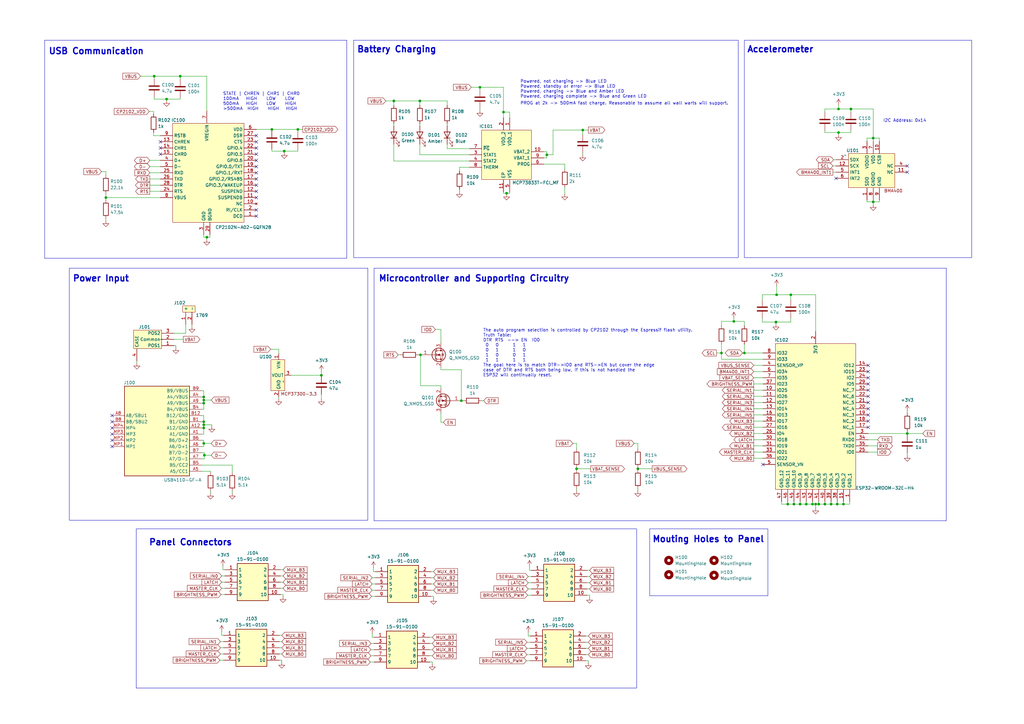
<source format=kicad_sch>
(kicad_sch (version 20230121) (generator eeschema)
  (paper "A3")
  (title_block (title "Main Microcontroller and Power") (rev "V1.0"))
  (junction (at 83.566 181.864))
  (junction (at 207.772 79.248))
  (junction (at 324.358 120.904))
  (junction (at 196.85 35.814))
  (junction (at 330.708 206.756))
  (junction (at 236.474 192.278))
  (junction (at 83.566 174.244))
  (junction (at 239.014 53.34))
  (junction (at 295.91 144.78))
  (junction (at 343.916 54.356))
  (junction (at 323.088 206.756))
  (junction (at 261.62 192.278))
  (junction (at 161.544 41.402))
  (junction (at 206.502 45.974))
  (junction (at 63.246 31.242))
  (junction (at 116.586 61.976))
  (junction (at 84.836 97.282))
  (junction (at 83.82 186.69))
  (junction (at 338.328 206.756))
  (junction (at 358.14 82.804))
  (junction (at 348.996 44.704))
  (junction (at 318.262 132.08))
  (junction (at 318.516 120.904))
  (junction (at 131.826 153.924))
  (junction (at 345.948 206.756))
  (junction (at 343.916 44.704))
  (junction (at 43.434 81.026))
  (junction (at 83.566 172.974))
  (junction (at 172.466 145.542))
  (junction (at 305.308 144.78))
  (junction (at 334.518 206.756))
  (junction (at 224.282 63.5))
  (junction (at 68.326 40.64))
  (junction (at 300.99 131.826))
  (junction (at 172.212 41.402))
  (junction (at 328.168 206.756))
  (junction (at 372.11 177.8))
  (junction (at 333.248 206.756))
  (junction (at 73.914 31.242))
  (junction (at 111.506 53.086))
  (junction (at 83.566 175.514))
  (junction (at 122.174 53.086))
  (junction (at 83.566 164.084))
  (junction (at 83.566 162.814))
  (junction (at 325.628 206.756))
  (junction (at 358.14 56.642))
  (junction (at 335.788 206.756))
  (junction (at 83.566 165.354))
  (junction (at 189.23 164.338))
  (junction (at 343.408 206.756))
  (junction (at 340.868 206.756))
  (no_connect (at 65.786 63.246))
  (no_connect (at 45.974 178.054))
  (no_connect (at 105.156 65.786))
  (no_connect (at 65.786 60.706))
  (no_connect (at 105.156 70.866))
  (no_connect (at 356.108 167.64))
  (no_connect (at 312.928 190.5))
  (no_connect (at 356.108 165.1))
  (no_connect (at 356.108 157.48))
  (no_connect (at 105.156 63.246))
  (no_connect (at 45.974 172.974))
  (no_connect (at 356.108 172.72))
  (no_connect (at 45.974 180.594))
  (no_connect (at 65.786 58.166))
  (no_connect (at 372.11 70.612))
  (no_connect (at 356.108 170.18))
  (no_connect (at 105.156 55.626))
  (no_connect (at 105.156 58.166))
  (no_connect (at 356.108 154.94))
  (no_connect (at 356.108 160.02))
  (no_connect (at 356.108 162.56))
  (no_connect (at 105.156 68.326))
  (no_connect (at 105.156 88.646))
  (no_connect (at 105.156 75.946))
  (no_connect (at 356.108 175.26))
  (no_connect (at 105.156 78.486))
  (no_connect (at 342.9 73.152))
  (no_connect (at 45.974 183.134))
  (no_connect (at 105.156 81.026))
  (no_connect (at 45.974 170.434))
  (no_connect (at 105.156 73.406))
  (no_connect (at 356.108 149.86))
  (no_connect (at 105.156 60.706))
  (no_connect (at 105.156 86.106))
  (no_connect (at 45.974 175.514))
  (no_connect (at 372.11 68.072))
  (no_connect (at 356.108 152.4))
  (wire (pts (xy 239.014 53.34) (xy 226.822 53.34)))
  (wire (pts (xy 176.784 239.522) (xy 177.8 239.522)))
  (wire (pts (xy 312.674 130.556) (xy 312.674 132.08)))
  (wire (pts (xy 309.118 149.86) (xy 312.928 149.86)))
  (wire (pts (xy 216.662 260.858) (xy 217.424 260.858)))
  (wire (pts (xy 83.82 186.69) (xy 83.82 188.214)))
  (wire (pts (xy 240.792 241.554) (xy 241.808 241.554)))
  (wire (pts (xy 151.892 271.526) (xy 153.416 271.526)))
  (wire (pts (xy 343.916 43.18) (xy 343.916 44.704)))
  (wire (pts (xy 177.292 271.526) (xy 176.276 271.526)))
  (wire (pts (xy 224.282 62.23) (xy 224.282 63.5)))
  (wire (pts (xy 356.108 180.34) (xy 359.918 180.34)))
  (wire (pts (xy 116.078 244.602) (xy 116.078 243.84)))
  (wire (pts (xy 95.25 190.754) (xy 95.25 193.802)))
  (wire (pts (xy 83.82 188.214) (xy 82.804 188.214)))
  (wire (pts (xy 333.248 206.756) (xy 330.708 206.756)))
  (wire (pts (xy 111.506 61.976) (xy 116.586 61.976)))
  (wire (pts (xy 348.488 206.756) (xy 345.948 206.756)))
  (wire (pts (xy 62.992 55.626) (xy 62.992 54.356)))
  (wire (pts (xy 111.506 53.086) (xy 111.506 53.594)))
  (wire (pts (xy 83.566 164.084) (xy 86.614 164.084)))
  (wire (pts (xy 189.23 164.338) (xy 189.992 164.338)))
  (wire (pts (xy 206.502 48.26) (xy 206.502 45.974)))
  (wire (pts (xy 216.408 244.094) (xy 217.932 244.094)))
  (wire (pts (xy 83.82 185.674) (xy 83.82 186.69)))
  (wire (pts (xy 61.468 68.326) (xy 65.786 68.326)))
  (wire (pts (xy 161.544 59.182) (xy 161.544 66.04)))
  (wire (pts (xy 82.804 160.274) (xy 83.566 160.274)))
  (wire (pts (xy 358.14 82.804) (xy 358.14 83.82)))
  (wire (pts (xy 110.998 143.256) (xy 114.3 143.256)))
  (wire (pts (xy 111.506 61.214) (xy 111.506 61.976)))
  (wire (pts (xy 183.388 43.18) (xy 183.388 41.402)))
  (wire (pts (xy 348.996 53.594) (xy 348.996 54.356)))
  (wire (pts (xy 209.042 45.974) (xy 206.502 45.974)))
  (wire (pts (xy 206.502 78.74) (xy 206.502 79.248)))
  (wire (pts (xy 131.826 152.4) (xy 131.826 153.924)))
  (wire (pts (xy 333.248 205.74) (xy 333.248 206.756)))
  (wire (pts (xy 224.282 62.23) (xy 223.012 62.23)))
  (wire (pts (xy 309.118 167.64) (xy 312.928 167.64)))
  (wire (pts (xy 61.214 45.72) (xy 62.992 45.72)))
  (wire (pts (xy 320.548 206.756) (xy 323.088 206.756)))
  (wire (pts (xy 86.36 193.802) (xy 86.36 193.294)))
  (wire (pts (xy 115.062 238.76) (xy 116.078 238.76)))
  (wire (pts (xy 180.848 169.418) (xy 180.848 173.228)))
  (wire (pts (xy 338.328 53.594) (xy 338.328 54.356)))
  (wire (pts (xy 176.784 236.982) (xy 177.8 236.982)))
  (wire (pts (xy 61.468 70.866) (xy 65.786 70.866)))
  (wire (pts (xy 343.408 205.74) (xy 343.408 206.756)))
  (wire (pts (xy 345.948 205.74) (xy 345.948 206.756)))
  (wire (pts (xy 73.914 40.64) (xy 68.326 40.64)))
  (wire (pts (xy 300.99 131.826) (xy 300.99 130.556)))
  (wire (pts (xy 209.042 79.248) (xy 207.772 79.248)))
  (wire (pts (xy 152.654 236.982) (xy 153.924 236.982)))
  (wire (pts (xy 115.062 241.3) (xy 116.078 241.3)))
  (wire (pts (xy 115.062 233.68) (xy 116.078 233.68)))
  (wire (pts (xy 57.658 31.242) (xy 63.246 31.242)))
  (wire (pts (xy 83.566 167.894) (xy 83.566 165.354)))
  (wire (pts (xy 158.242 41.402) (xy 161.544 41.402)))
  (wire (pts (xy 71.374 136.652) (xy 76.2 136.652)))
  (wire (pts (xy 236.474 192.278) (xy 236.474 192.786)))
  (wire (pts (xy 355.6 57.912) (xy 355.6 56.642)))
  (wire (pts (xy 86.36 201.422) (xy 86.36 202.184)))
  (wire (pts (xy 372.11 177.8) (xy 378.46 177.8)))
  (wire (pts (xy 360.68 82.804) (xy 358.14 82.804)))
  (wire (pts (xy 239.014 62.738) (xy 239.014 63.5)))
  (wire (pts (xy 115.57 270.764) (xy 114.554 270.764)))
  (wire (pts (xy 295.91 147.32) (xy 312.928 147.32)))
  (wire (pts (xy 71.374 139.192) (xy 75.184 139.192)))
  (wire (pts (xy 183.388 50.8) (xy 183.388 51.562)))
  (wire (pts (xy 196.85 35.814) (xy 206.502 35.814)))
  (wire (pts (xy 325.628 205.74) (xy 325.628 206.756)))
  (wire (pts (xy 309.118 160.02) (xy 312.928 160.02)))
  (wire (pts (xy 305.308 133.604) (xy 305.308 131.826)))
  (wire (pts (xy 65.786 55.626) (xy 62.992 55.626)))
  (wire (pts (xy 180.848 151.638) (xy 189.23 151.638)))
  (wire (pts (xy 171.704 145.542) (xy 172.466 145.542)))
  (wire (pts (xy 83.566 97.282) (xy 84.836 97.282)))
  (wire (pts (xy 304.546 144.78) (xy 305.308 144.78)))
  (wire (pts (xy 355.6 56.642) (xy 358.14 56.642)))
  (wire (pts (xy 177.8 245.364) (xy 177.8 244.602)))
  (wire (pts (xy 330.708 206.756) (xy 328.168 206.756)))
  (wire (pts (xy 343.916 44.704) (xy 348.996 44.704)))
  (wire (pts (xy 114.554 263.144) (xy 115.57 263.144)))
  (wire (pts (xy 261.62 181.864) (xy 260.096 181.864)))
  (wire (pts (xy 82.804 170.434) (xy 83.566 170.434)))
  (wire (pts (xy 341.884 65.532) (xy 342.9 65.532)))
  (wire (pts (xy 90.424 265.684) (xy 91.694 265.684)))
  (wire (pts (xy 295.91 144.78) (xy 295.91 147.32)))
  (wire (pts (xy 71.374 141.732) (xy 72.136 141.732)))
  (wire (pts (xy 360.68 57.912) (xy 360.68 56.642)))
  (wire (pts (xy 338.328 44.704) (xy 343.916 44.704)))
  (wire (pts (xy 338.328 54.356) (xy 343.916 54.356)))
  (wire (pts (xy 172.212 59.182) (xy 172.212 63.5)))
  (wire (pts (xy 242.316 192.278) (xy 236.474 192.278)))
  (wire (pts (xy 161.544 41.402) (xy 161.544 43.18)))
  (wire (pts (xy 236.474 200.406) (xy 236.474 201.168)))
  (wire (pts (xy 43.434 81.026) (xy 43.434 82.042)))
  (wire (pts (xy 241.808 244.856) (xy 241.808 244.094)))
  (wire (pts (xy 241.3 271.018) (xy 240.284 271.018)))
  (wire (pts (xy 372.11 185.928) (xy 372.11 186.69)))
  (wire (pts (xy 345.948 206.756) (xy 343.408 206.756)))
  (wire (pts (xy 86.868 174.244) (xy 83.566 174.244)))
  (wire (pts (xy 83.566 174.244) (xy 83.566 175.514)))
  (wire (pts (xy 114.554 268.224) (xy 115.57 268.224)))
  (wire (pts (xy 330.708 205.74) (xy 330.708 206.756)))
  (wire (pts (xy 83.566 183.134) (xy 82.804 183.134)))
  (wire (pts (xy 152.654 242.062) (xy 153.924 242.062)))
  (wire (pts (xy 180.848 140.462) (xy 180.848 135.128)))
  (wire (pts (xy 176.276 266.446) (xy 177.292 266.446)))
  (wire (pts (xy 176.276 261.366) (xy 177.292 261.366)))
  (wire (pts (xy 177.292 272.288) (xy 177.292 271.526)))
  (wire (pts (xy 61.468 75.946) (xy 65.786 75.946)))
  (wire (pts (xy 84.836 97.282) (xy 84.836 98.044)))
  (wire (pts (xy 206.502 35.814) (xy 206.502 45.974)))
  (wire (pts (xy 240.792 233.934) (xy 241.808 233.934)))
  (wire (pts (xy 360.68 82.042) (xy 360.68 82.804)))
  (wire (pts (xy 309.118 182.88) (xy 312.928 182.88)))
  (wire (pts (xy 217.17 232.41) (xy 217.17 233.934)))
  (wire (pts (xy 176.784 234.442) (xy 177.8 234.442)))
  (wire (pts (xy 239.014 55.118) (xy 239.014 53.34)))
  (wire (pts (xy 216.154 263.398) (xy 217.424 263.398)))
  (wire (pts (xy 309.118 157.48) (xy 312.928 157.48)))
  (wire (pts (xy 241.808 244.094) (xy 240.792 244.094)))
  (wire (pts (xy 172.466 158.242) (xy 180.848 158.242)))
  (wire (pts (xy 236.474 184.15) (xy 236.474 181.864)))
  (wire (pts (xy 309.118 162.56) (xy 312.928 162.56)))
  (wire (pts (xy 90.932 260.604) (xy 91.694 260.604)))
  (wire (pts (xy 86.36 193.294) (xy 82.804 193.294)))
  (wire (pts (xy 240.792 236.474) (xy 241.808 236.474)))
  (wire (pts (xy 309.118 185.42) (xy 312.928 185.42)))
  (wire (pts (xy 62.992 45.72) (xy 62.992 46.736)))
  (wire (pts (xy 188.468 77.724) (xy 188.468 78.486)))
  (wire (pts (xy 356.108 182.88) (xy 359.918 182.88)))
  (wire (pts (xy 172.466 158.242) (xy 172.466 145.542)))
  (wire (pts (xy 324.358 120.904) (xy 334.518 120.904)))
  (wire (pts (xy 43.434 89.662) (xy 43.434 90.424)))
  (wire (pts (xy 236.474 191.77) (xy 236.474 192.278)))
  (wire (pts (xy 114.3 143.256) (xy 114.3 145.034)))
  (wire (pts (xy 90.932 238.76) (xy 92.202 238.76)))
  (wire (pts (xy 122.174 53.848) (xy 122.174 53.086)))
  (wire (pts (xy 241.3 271.78) (xy 241.3 271.018)))
  (wire (pts (xy 82.804 190.754) (xy 95.25 190.754)))
  (wire (pts (xy 324.358 122.936) (xy 324.358 120.904)))
  (wire (pts (xy 176.276 268.986) (xy 177.292 268.986)))
  (wire (pts (xy 358.14 82.804) (xy 358.14 82.042)))
  (wire (pts (xy 82.804 178.054) (xy 83.566 178.054)))
  (wire (pts (xy 68.326 40.64) (xy 68.326 41.148)))
  (wire (pts (xy 83.566 172.974) (xy 83.566 174.244)))
  (wire (pts (xy 183.388 60.96) (xy 192.532 60.96)))
  (wire (pts (xy 338.328 205.74) (xy 338.328 206.756)))
  (wire (pts (xy 180.848 158.242) (xy 180.848 159.258)))
  (wire (pts (xy 309.118 154.94) (xy 312.928 154.94)))
  (wire (pts (xy 83.566 96.266) (xy 83.566 97.282)))
  (wire (pts (xy 82.804 175.514) (xy 83.566 175.514)))
  (wire (pts (xy 231.648 76.962) (xy 231.648 79.502)))
  (wire (pts (xy 240.284 263.398) (xy 241.3 263.398)))
  (wire (pts (xy 176.784 242.062) (xy 177.8 242.062)))
  (wire (pts (xy 86.106 97.282) (xy 84.836 97.282)))
  (wire (pts (xy 309.118 187.96) (xy 312.928 187.96)))
  (wire (pts (xy 224.282 63.5) (xy 224.282 64.77)))
  (wire (pts (xy 83.566 162.814) (xy 83.566 164.084)))
  (wire (pts (xy 305.308 141.224) (xy 305.308 144.78)))
  (wire (pts (xy 83.82 186.69) (xy 86.614 186.69)))
  (wire (pts (xy 172.212 43.18) (xy 172.212 41.402)))
  (wire (pts (xy 83.566 160.274) (xy 83.566 162.814)))
  (wire (pts (xy 188.468 68.58) (xy 188.468 70.104)))
  (wire (pts (xy 161.544 66.04) (xy 192.532 66.04)))
  (wire (pts (xy 41.656 70.358) (xy 43.434 70.358)))
  (wire (pts (xy 338.328 206.756) (xy 335.788 206.756)))
  (wire (pts (xy 305.308 144.78) (xy 312.928 144.78)))
  (wire (pts (xy 83.566 180.594) (xy 83.566 181.864)))
  (wire (pts (xy 131.826 153.924) (xy 131.826 154.178)))
  (wire (pts (xy 152.654 259.842) (xy 152.654 261.366)))
  (wire (pts (xy 86.868 174.752) (xy 86.868 174.244)))
  (wire (pts (xy 176.276 263.906) (xy 177.292 263.906)))
  (wire (pts (xy 318.516 120.904) (xy 324.358 120.904)))
  (wire (pts (xy 372.11 177.8) (xy 372.11 178.308)))
  (wire (pts (xy 115.062 236.22) (xy 116.078 236.22)))
  (wire (pts (xy 334.518 120.904) (xy 334.518 135.89)))
  (wire (pts (xy 84.836 45.466) (xy 84.836 31.242)))
  (wire (pts (xy 309.118 180.34) (xy 312.928 180.34)))
  (wire (pts (xy 65.786 81.026) (xy 43.434 81.026)))
  (wire (pts (xy 83.566 172.974) (xy 82.804 172.974)))
  (wire (pts (xy 309.118 175.26) (xy 312.928 175.26)))
  (wire (pts (xy 261.62 200.406) (xy 261.62 201.168)))
  (wire (pts (xy 63.246 39.878) (xy 63.246 40.64)))
  (wire (pts (xy 152.146 266.446) (xy 153.416 266.446)))
  (wire (pts (xy 119.38 153.924) (xy 131.826 153.924)))
  (wire (pts (xy 153.162 234.442) (xy 153.924 234.442)))
  (wire (pts (xy 188.468 164.338) (xy 189.23 164.338)))
  (wire (pts (xy 189.23 151.638) (xy 189.23 164.338)))
  (wire (pts (xy 312.674 122.936) (xy 312.674 120.904)))
  (wire (pts (xy 83.566 170.434) (xy 83.566 172.974)))
  (wire (pts (xy 209.042 78.74) (xy 209.042 79.248)))
  (wire (pts (xy 115.57 271.526) (xy 115.57 270.764)))
  (wire (pts (xy 295.91 141.224) (xy 295.91 144.78)))
  (wire (pts (xy 226.822 53.34) (xy 226.822 63.5)))
  (wire (pts (xy 325.628 206.756) (xy 323.088 206.756)))
  (wire (pts (xy 328.168 206.756) (xy 325.628 206.756)))
  (wire (pts (xy 172.212 63.5) (xy 192.532 63.5)))
  (wire (pts (xy 334.518 206.756) (xy 335.788 206.756)))
  (wire (pts (xy 335.788 205.74) (xy 335.788 206.756)))
  (wire (pts (xy 83.566 178.054) (xy 83.566 175.514)))
  (wire (pts (xy 207.772 79.248) (xy 207.772 79.502)))
  (wire (pts (xy 372.11 168.656) (xy 372.11 169.418)))
  (wire (pts (xy 223.012 67.31) (xy 231.648 67.31)))
  (wire (pts (xy 180.848 150.622) (xy 180.848 151.638)))
  (wire (pts (xy 90.17 270.764) (xy 91.694 270.764)))
  (wire (pts (xy 348.996 44.704) (xy 348.996 45.974)))
  (wire (pts (xy 216.662 259.334) (xy 216.662 260.858)))
  (wire (pts (xy 323.088 206.756) (xy 323.088 205.74)))
  (wire (pts (xy 131.826 161.798) (xy 131.826 163.576)))
  (wire (pts (xy 95.25 201.422) (xy 95.25 202.184)))
  (wire (pts (xy 90.932 241.3) (xy 92.202 241.3)))
  (wire (pts (xy 86.106 96.266) (xy 86.106 97.282)))
  (wire (pts (xy 240.284 265.938) (xy 241.3 265.938)))
  (wire (pts (xy 90.424 268.224) (xy 91.694 268.224)))
  (wire (pts (xy 318.262 132.08) (xy 318.262 132.842)))
  (wire (pts (xy 340.868 206.756) (xy 343.408 206.756)))
  (wire (pts (xy 183.388 59.182) (xy 183.388 60.96)))
  (wire (pts (xy 356.108 185.42) (xy 359.918 185.42)))
  (wire (pts (xy 358.14 56.642) (xy 360.68 56.642)))
  (wire (pts (xy 114.554 260.604) (xy 115.57 260.604)))
  (wire (pts (xy 240.284 260.858) (xy 241.3 260.858)))
  (wire (pts (xy 116.078 243.84) (xy 115.062 243.84)))
  (wire (pts (xy 358.14 44.704) (xy 348.996 44.704)))
  (wire (pts (xy 215.9 271.018) (xy 217.424 271.018)))
  (wire (pts (xy 295.91 131.826) (xy 300.99 131.826)))
  (wire (pts (xy 295.91 133.604) (xy 295.91 131.826)))
  (wire (pts (xy 83.566 162.814) (xy 82.804 162.814)))
  (wire (pts (xy 358.14 44.704) (xy 358.14 56.642)))
  (wire (pts (xy 305.308 131.826) (xy 300.99 131.826)))
  (wire (pts (xy 231.648 67.31) (xy 231.648 69.342)))
  (wire (pts (xy 309.118 170.18) (xy 312.928 170.18)))
  (wire (pts (xy 261.62 191.77) (xy 261.62 192.278)))
  (wire (pts (xy 267.462 192.278) (xy 261.62 192.278)))
  (wire (pts (xy 83.566 165.354) (xy 82.804 165.354)))
  (wire (pts (xy 152.654 261.366) (xy 153.416 261.366)))
  (wire (pts (xy 343.916 54.356) (xy 343.916 55.118)))
  (wire (pts (xy 122.174 53.086) (xy 111.506 53.086)))
  (wire (pts (xy 356.108 177.8) (xy 372.11 177.8)))
  (wire (pts (xy 83.566 164.084) (xy 83.566 165.354)))
  (wire (pts (xy 90.678 243.84) (xy 92.202 243.84)))
  (wire (pts (xy 309.118 165.1) (xy 312.928 165.1)))
  (wire (pts (xy 328.168 205.74) (xy 328.168 206.756)))
  (wire (pts (xy 177.8 244.602) (xy 176.784 244.602)))
  (wire (pts (xy 91.44 232.156) (xy 91.44 233.68)))
  (wire (pts (xy 161.544 41.402) (xy 172.212 41.402)))
  (wire (pts (xy 172.466 145.542) (xy 173.228 145.542)))
  (wire (pts (xy 122.174 53.086) (xy 124.206 53.086)))
  (wire (pts (xy 63.246 40.64) (xy 68.326 40.64)))
  (wire (pts (xy 261.62 184.15) (xy 261.62 181.864)))
  (wire (pts (xy 76.2 136.652) (xy 76.2 133.096)))
  (wire (pts (xy 61.468 65.786) (xy 65.786 65.786)))
  (wire (pts (xy 63.246 31.242) (xy 63.246 32.258)))
  (wire (pts (xy 163.322 145.542) (xy 164.084 145.542)))
  (wire (pts (xy 341.63 70.612) (xy 342.9 70.612)))
  (wire (pts (xy 82.804 180.594) (xy 83.566 180.594)))
  (wire (pts (xy 209.042 48.26) (xy 209.042 45.974)))
  (wire (pts (xy 340.868 205.74) (xy 340.868 206.756)))
  (wire (pts (xy 197.612 164.338) (xy 198.374 164.338)))
  (wire (pts (xy 206.502 79.248) (xy 207.772 79.248)))
  (wire (pts (xy 91.44 233.68) (xy 92.202 233.68)))
  (wire (pts (xy 90.932 259.08) (xy 90.932 260.604)))
  (wire (pts (xy 161.544 50.8) (xy 161.544 51.562)))
  (wire (pts (xy 78.74 133.096) (xy 78.74 133.858)))
  (wire (pts (xy 309.118 177.8) (xy 312.928 177.8)))
  (wire (pts (xy 90.932 236.22) (xy 92.202 236.22)))
  (wire (pts (xy 240.792 239.014) (xy 241.808 239.014)))
  (wire (pts (xy 318.516 117.348) (xy 318.516 120.904)))
  (wire (pts (xy 122.174 61.976) (xy 116.586 61.976)))
  (wire (pts (xy 82.804 167.894) (xy 83.566 167.894)))
  (wire (pts (xy 348.996 54.356) (xy 343.916 54.356)))
  (wire (pts (xy 216.154 265.938) (xy 217.424 265.938)))
  (wire (pts (xy 217.17 233.934) (xy 217.932 233.934)))
  (wire (pts (xy 240.284 268.478) (xy 241.3 268.478)))
  (wire (pts (xy 355.6 82.042) (xy 355.6 82.804)))
  (wire (pts (xy 73.914 40.132) (xy 73.914 40.64)))
  (wire (pts (xy 84.836 31.242) (xy 73.914 31.242)))
  (wire (pts (xy 293.878 144.78) (xy 295.91 144.78)))
  (wire (pts (xy 358.14 56.642) (xy 358.14 57.912)))
  (wire (pts (xy 153.162 232.918) (xy 153.162 234.442)))
  (wire (pts (xy 172.212 41.402) (xy 183.388 41.402)))
  (wire (pts (xy 116.586 61.976) (xy 116.586 62.484)))
  (wire (pts (xy 324.358 130.556) (xy 324.358 132.08)))
  (wire (pts (xy 309.118 172.72) (xy 312.928 172.72)))
  (wire (pts (xy 82.804 185.674) (xy 83.82 185.674)))
  (wire (pts (xy 226.822 63.5) (xy 224.282 63.5)))
  (wire (pts (xy 73.914 31.242) (xy 63.246 31.242)))
  (wire (pts (xy 43.434 79.502) (xy 43.434 81.026)))
  (wire (pts (xy 239.014 53.34) (xy 241.3 53.34)))
  (wire (pts (xy 341.63 68.072) (xy 342.9 68.072)))
  (wire (pts (xy 312.674 132.08) (xy 318.262 132.08)))
  (wire (pts (xy 196.85 36.83) (xy 196.85 35.814)))
  (wire (pts (xy 180.848 173.228) (xy 181.864 173.228)))
  (wire (pts (xy 83.566 181.864) (xy 83.566 183.134)))
  (wire (pts (xy 216.662 239.014) (xy 217.932 239.014)))
  (wire (pts (xy 152.146 268.986) (xy 153.416 268.986)))
  (wire (pts (xy 56.134 148.082) (xy 56.134 148.844)))
  (wire (pts (xy 193.294 35.814) (xy 196.85 35.814)))
  (wire (pts (xy 312.674 120.904) (xy 318.516 120.904)))
  (wire (pts (xy 309.118 152.4) (xy 312.928 152.4)))
  (wire (pts (xy 355.6 82.804) (xy 358.14 82.804)))
  (wire (pts (xy 73.914 32.512) (xy 73.914 31.242)))
  (wire (pts (xy 152.654 239.522) (xy 153.924 239.522)))
  (wire (pts (xy 105.156 53.086) (xy 111.506 53.086)))
  (wire (pts (xy 61.468 78.486) (xy 65.786 78.486)))
  (wire (pts (xy 122.174 61.468) (xy 122.174 61.976)))
  (wire (pts (xy 216.662 236.474) (xy 217.932 236.474)))
  (wire (pts (xy 196.85 44.45) (xy 196.85 45.212)))
  (wire (pts (xy 72.136 141.732) (xy 72.136 142.494)))
  (wire (pts (xy 348.488 205.74) (xy 348.488 206.756)))
  (wire (pts (xy 114.554 265.684) (xy 115.57 265.684)))
  (wire (pts (xy 172.212 50.8) (xy 172.212 51.562)))
  (wire (pts (xy 61.468 73.406) (xy 65.786 73.406)))
  (wire (pts (xy 180.848 135.128) (xy 178.562 135.128)))
  (wire (pts (xy 90.424 263.144) (xy 91.694 263.144)))
  (wire (pts (xy 320.548 205.74) (xy 320.548 206.756)))
  (wire (pts (xy 338.328 45.974) (xy 338.328 44.704)))
  (wire (pts (xy 43.434 70.358) (xy 43.434 71.882)))
  (wire (pts (xy 152.4 244.602) (xy 153.924 244.602)))
  (wire (pts (xy 333.248 206.756) (xy 334.518 206.756)))
  (wire (pts (xy 114.3 162.814) (xy 114.3 163.576)))
  (wire (pts (xy 152.146 263.906) (xy 153.416 263.906)))
  (wire (pts (xy 261.62 192.278) (xy 261.62 192.786)))
  (wire (pts (xy 236.474 181.864) (xy 234.95 181.864)))
  (wire (pts (xy 334.518 208.28) (xy 334.518 206.756)))
  (wire (pts (xy 216.662 241.554) (xy 217.932 241.554)))
  (wire (pts (xy 372.11 177.038) (xy 372.11 177.8)))
  (wire (pts (xy 192.532 68.58) (xy 188.468 68.58)))
  (wire (pts (xy 338.328 206.756) (xy 340.868 206.756)))
  (wire (pts (xy 223.012 64.77) (xy 224.282 64.77)))
  (wire (pts (xy 83.566 181.864) (xy 86.614 181.864)))
  (wire (pts (xy 216.154 268.478) (xy 217.424 268.478)))
  (wire (pts (xy 324.358 132.08) (xy 318.262 132.08)))
  (rectangle (start 305.308 16.51) (end 398.526 105.664))
  (rectangle (start 28.448 109.982) (end 150.876 213.36))
  (rectangle (start 153.416 109.982) (end 388.112 213.614))
  (rectangle (start 55.88 216.916) (end 261.112 282.194))
  (rectangle (start 266.446 216.916) (end 314.96 244.348))
  (rectangle (start 18.288 16.51) (end 142.24 105.918))
  (rectangle (start 145.034 16.51) (end 302.768 105.664))
  (text "USB Communication" (at 19.812 22.606 0) (effects (font (size 2.54 2.54) (thickness 0.508) bold) (justify left bottom)))
  (text "Accelerometer" (at 306.324 21.844 0) (effects (font (size 2.54 2.54) (thickness 0.508) bold) (justify left bottom)))
  (text "Microcontroller and Supporting Circuitry" (at 155.194 115.824 0) (effects (font (size 2.54 2.54) (thickness 0.508) bold) (justify left bottom)))
  (text "Mouting Holes to Panel" (at 267.462 222.758 0) (effects (font (size 2.54 2.54) (thickness 0.508) bold) (justify left bottom)))
  (text "PROG at 2k -> 500mA fast charge. Reasonable to assume all wall warts will support." (at 213.36 43.18 0) (effects (font (size 1.27 1.27)) (justify left bottom)))
  (text "Battery Charging" (at 146.304 21.844 0) (effects (font (size 2.54 2.54) (thickness 0.508) bold) (justify left bottom)))
  (text "Panel Connectors" (at 60.96 224.028 0) (effects (font (size 2.54 2.54) (thickness 0.508) bold) (justify left bottom)))
  (text "Power Input" (at 29.718 115.824 0) (effects (font (size 2.54 2.54) (thickness 0.508) bold) (justify left bottom)))
  (text "Powered, not charging -> Blue LED\nPowered, standby or error -> Blue LED\nPowered, charging -> Blue and Amber LED\nPowered, charging complete -> Blue and Green LED\n" (at 213.36 40.386 0) (effects (font (size 1.27 1.27)) (justify left bottom)))
  (text "I2C Address: 0x14" (at 362.204 50.292 0) (effects (font (size 1.27 1.27)) (justify left bottom)))
  (text "STATE | CHREN | CHR1 | CHR0\n100mA   HIGH    LOW    LOW\n500mA   HIGH    LOW    HIGH\n>500mA  HIGH    HIGH   HIGH\n  " (at 91.44 47.498 0) (effects (font (size 1.27 1.27)) (justify left bottom)))
  (text "The auto program selection is controlled by CP2102 through the Espressif flash utility.\nTruth Table:\nDTR	RTS	--> EN	IO0\n 0   0      1   1\n 0   1      1   0\n 1   0      0   1\n 1   1      1   1\nThe goal here is to match DTR->IO0 and RTS->EN but cover the edge\ncase of DTR and RTS both being low, if this is not handled the \nESP32 will continually reset." (at 198.12 154.686 0) (effects (font (size 1.27 1.27)) (justify left bottom)))
  (global_label "DTR" (shape input) (at 198.374 164.338 0) (property "Intersheetrefs" "${INTERSHEET_REFS}" (effects hide)))
  (global_label "BRIGHTNESS_PWM" (shape output) (at 309.118 157.48 180) (property "Intersheetrefs" "${INTERSHEET_REFS}" (effects hide)))
  (global_label "MASTER_CLK" (shape input) (at 152.146 268.986 180) (property "Intersheetrefs" "${INTERSHEET_REFS}" (effects hide)))
  (global_label "BMA400_INT1" (shape input) (at 309.118 152.4 180) (property "Intersheetrefs" "${INTERSHEET_REFS}" (effects hide)))
  (global_label "MUX_B1" (shape output) (at 309.118 182.88 180) (property "Intersheetrefs" "${INTERSHEET_REFS}" (effects hide)))
  (global_label "SERIAL_IN5" (shape input) (at 216.154 263.398 180) (property "Intersheetrefs" "${INTERSHEET_REFS}" (effects hide)))
  (global_label "MUX_B1" (shape input) (at 177.8 239.522 0) (property "Intersheetrefs" "${INTERSHEET_REFS}" (effects hide)))
  (global_label "MUX_B2" (shape input) (at 177.8 236.982 0) (property "Intersheetrefs" "${INTERSHEET_REFS}" (effects hide)))
  (global_label "BMA400_INT1" (shape output) (at 341.63 70.612 180) (property "Intersheetrefs" "${INTERSHEET_REFS}" (effects hide)))
  (global_label "LATCH" (shape input) (at 152.146 266.446 180) (property "Intersheetrefs" "${INTERSHEET_REFS}" (effects hide)))
  (global_label "IO0" (shape input) (at 178.562 135.128 180) (property "Intersheetrefs" "${INTERSHEET_REFS}" (effects hide)))
  (global_label "RXD" (shape output) (at 359.918 182.88 0) (property "Intersheetrefs" "${INTERSHEET_REFS}" (effects hide)))
  (global_label "MASTER_CLK" (shape output) (at 309.118 185.42 180) (property "Intersheetrefs" "${INTERSHEET_REFS}" (effects hide)))
  (global_label "MUX_B2" (shape input) (at 177.292 263.906 0) (property "Intersheetrefs" "${INTERSHEET_REFS}" (effects hide)))
  (global_label "MUX_B2" (shape input) (at 241.808 236.474 0) (property "Intersheetrefs" "${INTERSHEET_REFS}" (effects hide)))
  (global_label "SERIAL_IN5" (shape output) (at 309.118 170.18 180) (property "Intersheetrefs" "${INTERSHEET_REFS}" (effects hide)))
  (global_label "MUX_B1" (shape input) (at 116.078 238.76 0) (property "Intersheetrefs" "${INTERSHEET_REFS}" (effects hide)))
  (global_label "BRIGHTNESS_PWM" (shape input) (at 152.4 244.602 180) (property "Intersheetrefs" "${INTERSHEET_REFS}" (effects hide)))
  (global_label "MUX_B0" (shape input) (at 115.57 268.224 0) (property "Intersheetrefs" "${INTERSHEET_REFS}" (effects hide)))
  (global_label "MUX_B0" (shape input) (at 177.8 242.062 0) (property "Intersheetrefs" "${INTERSHEET_REFS}" (effects hide)))
  (global_label "MUX_B3" (shape input) (at 116.078 233.68 0) (property "Intersheetrefs" "${INTERSHEET_REFS}" (effects hide)))
  (global_label "SERIAL_IN4" (shape output) (at 309.118 167.64 180) (property "Intersheetrefs" "${INTERSHEET_REFS}" (effects hide)))
  (global_label "MUX_B3" (shape output) (at 309.118 172.72 180) (property "Intersheetrefs" "${INTERSHEET_REFS}" (effects hide)))
  (global_label "RTS" (shape input) (at 163.322 145.542 180) (property "Intersheetrefs" "${INTERSHEET_REFS}" (effects hide)))
  (global_label "D+" (shape bidirectional) (at 86.614 181.864 0) (property "Intersheetrefs" "${INTERSHEET_REFS}" (effects hide)))
  (global_label "MUX_B0" (shape input) (at 241.3 268.478 0) (property "Intersheetrefs" "${INTERSHEET_REFS}" (effects hide)))
  (global_label "MUX_B3" (shape input) (at 241.3 260.858 0) (property "Intersheetrefs" "${INTERSHEET_REFS}" (effects hide)))
  (global_label "SERIAL_IN3" (shape output) (at 309.118 165.1 180) (property "Intersheetrefs" "${INTERSHEET_REFS}" (effects hide)))
  (global_label "MUX_B0" (shape input) (at 116.078 241.3 0) (property "Intersheetrefs" "${INTERSHEET_REFS}" (effects hide)))
  (global_label "BRIGHTNESS_PWM" (shape input) (at 215.9 271.018 180) (property "Intersheetrefs" "${INTERSHEET_REFS}" (effects hide)))
  (global_label "RXD" (shape input) (at 61.468 70.866 180) (property "Intersheetrefs" "${INTERSHEET_REFS}" (effects hide)))
  (global_label "IO0" (shape output) (at 359.918 185.42 0) (property "Intersheetrefs" "${INTERSHEET_REFS}" (effects hide)))
  (global_label "LATCH" (shape input) (at 90.932 238.76 180) (property "Intersheetrefs" "${INTERSHEET_REFS}" (effects hide)))
  (global_label "SERIAL_IN4" (shape input) (at 216.662 236.474 180) (property "Intersheetrefs" "${INTERSHEET_REFS}" (effects hide)))
  (global_label "VBAT" (shape output) (at 75.184 139.192 0) (property "Intersheetrefs" "${INTERSHEET_REFS}" (effects hide)))
  (global_label "SDA" (shape bidirectional) (at 304.546 144.78 180) (property "Intersheetrefs" "${INTERSHEET_REFS}" (effects hide)))
  (global_label "LATCH" (shape output) (at 309.118 180.34 180) (property "Intersheetrefs" "${INTERSHEET_REFS}" (effects hide)))
  (global_label "SCL" (shape input) (at 341.63 68.072 180) (property "Intersheetrefs" "${INTERSHEET_REFS}" (effects hide)))
  (global_label "VBUS" (shape input) (at 260.096 181.864 180) (property "Intersheetrefs" "${INTERSHEET_REFS}" (effects hide)))
  (global_label "MUX_B3" (shape input) (at 177.292 261.366 0) (property "Intersheetrefs" "${INTERSHEET_REFS}" (effects hide)))
  (global_label "SERIAL_IN3" (shape input) (at 152.146 263.906 180) (property "Intersheetrefs" "${INTERSHEET_REFS}" (effects hide)))
  (global_label "MASTER_CLK" (shape input) (at 90.932 241.3 180) (property "Intersheetrefs" "${INTERSHEET_REFS}" (effects hide)))
  (global_label "MUX_B0" (shape output) (at 309.118 187.96 180) (property "Intersheetrefs" "${INTERSHEET_REFS}" (effects hide)))
  (global_label "SERIAL_IN2" (shape input) (at 152.654 236.982 180) (property "Intersheetrefs" "${INTERSHEET_REFS}" (effects hide)))
  (global_label "D-" (shape bidirectional) (at 61.468 68.326 180) (property "Intersheetrefs" "${INTERSHEET_REFS}" (effects hide)))
  (global_label "MUX_B3" (shape input) (at 241.808 233.934 0) (property "Intersheetrefs" "${INTERSHEET_REFS}" (effects hide)))
  (global_label "LATCH" (shape input) (at 216.662 239.014 180) (property "Intersheetrefs" "${INTERSHEET_REFS}" (effects hide)))
  (global_label "MUX_B1" (shape input) (at 177.292 266.446 0) (property "Intersheetrefs" "${INTERSHEET_REFS}" (effects hide)))
  (global_label "VBAT" (shape input) (at 110.998 143.256 180) (property "Intersheetrefs" "${INTERSHEET_REFS}" (effects hide)))
  (global_label "MUX_B1" (shape input) (at 115.57 265.684 0) (property "Intersheetrefs" "${INTERSHEET_REFS}" (effects hide)))
  (global_label "VBUS_SENSE" (shape output) (at 267.462 192.278 0) (property "Intersheetrefs" "${INTERSHEET_REFS}" (effects hide)))
  (global_label "SERIAL_IN1" (shape input) (at 90.424 263.144 180) (property "Intersheetrefs" "${INTERSHEET_REFS}" (effects hide)))
  (global_label "SERIAL_IN2" (shape output) (at 309.118 162.56 180) (property "Intersheetrefs" "${INTERSHEET_REFS}" (effects hide)))
  (global_label "BRIGHTNESS_PWM" (shape input) (at 90.17 270.764 180) (property "Intersheetrefs" "${INTERSHEET_REFS}" (effects hide)))
  (global_label "EN" (shape input) (at 378.46 177.8 0) (property "Intersheetrefs" "${INTERSHEET_REFS}" (effects hide)))
  (global_label "MASTER_CLK" (shape input) (at 152.654 242.062 180) (property "Intersheetrefs" "${INTERSHEET_REFS}" (effects hide)))
  (global_label "MUX_B1" (shape input) (at 241.3 265.938 0) (property "Intersheetrefs" "${INTERSHEET_REFS}" (effects hide)))
  (global_label "MASTER_CLK" (shape input) (at 216.662 241.554 180) (property "Intersheetrefs" "${INTERSHEET_REFS}" (effects hide)))
  (global_label "VBUS" (shape input) (at 193.294 35.814 180) (property "Intersheetrefs" "${INTERSHEET_REFS}" (effects hide)))
  (global_label "CP2102_VDD" (shape input) (at 61.214 45.72 180) (property "Intersheetrefs" "${INTERSHEET_REFS}" (effects hide)))
  (global_label "MUX_B3" (shape input) (at 177.8 234.442 0) (property "Intersheetrefs" "${INTERSHEET_REFS}" (effects hide)))
  (global_label "BRIGHTNESS_PWM" (shape input) (at 90.678 243.84 180) (property "Intersheetrefs" "${INTERSHEET_REFS}" (effects hide)))
  (global_label "CP2102_VDD" (shape output) (at 124.206 53.086 0) (property "Intersheetrefs" "${INTERSHEET_REFS}" (effects hide)))
  (global_label "MUX_B3" (shape input) (at 115.57 260.604 0) (property "Intersheetrefs" "${INTERSHEET_REFS}" (effects hide)))
  (global_label "VBUS" (shape input) (at 41.656 70.358 180) (property "Intersheetrefs" "${INTERSHEET_REFS}" (effects hide)))
  (global_label "VBAT" (shape output) (at 241.3 53.34 0) (property "Intersheetrefs" "${INTERSHEET_REFS}" (effects hide)))
  (global_label "VBUS" (shape input) (at 86.614 164.084 0) (property "Intersheetrefs" "${INTERSHEET_REFS}" (effects hide)))
  (global_label "RTS" (shape output) (at 61.468 78.486 180) (property "Intersheetrefs" "${INTERSHEET_REFS}" (effects hide)))
  (global_label "MUX_B2" (shape input) (at 116.078 236.22 0) (property "Intersheetrefs" "${INTERSHEET_REFS}" (effects hide)))
  (global_label "MUX_B2" (shape output) (at 309.118 177.8 180) (property "Intersheetrefs" "${INTERSHEET_REFS}" (effects hide)))
  (global_label "BRIGHTNESS_PWM" (shape input) (at 216.408 244.094 180) (property "Intersheetrefs" "${INTERSHEET_REFS}" (effects hide)))
  (global_label "MUX_B0" (shape input) (at 241.808 241.554 0) (property "Intersheetrefs" "${INTERSHEET_REFS}" (effects hide)))
  (global_label "VBAT" (shape input) (at 234.95 181.864 180) (property "Intersheetrefs" "${INTERSHEET_REFS}" (effects hide)))
  (global_label "VBAT_SENSE" (shape output) (at 242.316 192.278 0) (property "Intersheetrefs" "${INTERSHEET_REFS}" (effects hide)))
  (global_label "BRIGHTNESS_PWM" (shape input) (at 151.892 271.526 180) (property "Intersheetrefs" "${INTERSHEET_REFS}" (effects hide)))
  (global_label "DTR" (shape output) (at 61.468 75.946 180) (property "Intersheetrefs" "${INTERSHEET_REFS}" (effects hide)))
  (global_label "D-" (shape bidirectional) (at 86.614 186.69 0) (property "Intersheetrefs" "${INTERSHEET_REFS}" (effects hide)))
  (global_label "SERIAL_IN1" (shape output) (at 309.118 160.02 180) (property "Intersheetrefs" "${INTERSHEET_REFS}" (effects hide)))
  (global_label "SDA" (shape bidirectional) (at 341.884 65.532 180) (property "Intersheetrefs" "${INTERSHEET_REFS}" (effects hide)))
  (global_label "TXD" (shape output) (at 61.468 73.406 180) (property "Intersheetrefs" "${INTERSHEET_REFS}" (effects hide)))
  (global_label "EN" (shape input) (at 181.864 173.228 0) (property "Intersheetrefs" "${INTERSHEET_REFS}" (effects hide)))
  (global_label "MUX_B1" (shape input) (at 241.808 239.014 0) (property "Intersheetrefs" "${INTERSHEET_REFS}" (effects hide)))
  (global_label "LATCH" (shape input) (at 90.424 265.684 180) (property "Intersheetrefs" "${INTERSHEET_REFS}" (effects hide)))
  (global_label "MUX_B2" (shape input) (at 241.3 263.398 0) (property "Intersheetrefs" "${INTERSHEET_REFS}" (effects hide)))
  (global_label "MASTER_CLK" (shape input) (at 90.424 268.224 180) (property "Intersheetrefs" "${INTERSHEET_REFS}" (effects hide)))
  (global_label "MASTER_CLK" (shape input) (at 216.154 268.478 180) (property "Intersheetrefs" "${INTERSHEET_REFS}" (effects hide)))
  (global_label "VBUS_SENSE" (shape input) (at 309.118 149.86 180) (property "Intersheetrefs" "${INTERSHEET_REFS}" (effects hide)))
  (global_label "MUX_B0" (shape input) (at 177.292 268.986 0) (property "Intersheetrefs" "${INTERSHEET_REFS}" (effects hide)))
  (global_label "TXD" (shape input) (at 359.918 180.34 0) (property "Intersheetrefs" "${INTERSHEET_REFS}" (effects hide)))
  (global_label "VBAT_SENSE" (shape input) (at 309.118 154.94 180) (property "Intersheetrefs" "${INTERSHEET_REFS}" (effects hide)))
  (global_label "D+" (shape bidirectional) (at 61.468 65.786 180) (property "Intersheetrefs" "${INTERSHEET_REFS}" (effects hide)))
  (global_label "VBUS" (shape input) (at 158.242 41.402 180) (property "Intersheetrefs" "${INTERSHEET_REFS}" (effects hide)))
  (global_label "VBUS" (shape input) (at 57.658 31.242 180) (property "Intersheetrefs" "${INTERSHEET_REFS}" (effects hide)))
  (global_label "MUX_B2" (shape input) (at 115.57 263.144 0) (property "Intersheetrefs" "${INTERSHEET_REFS}" (effects hide)))
  (global_label "LATCH" (shape input) (at 216.154 265.938 180) (property "Intersheetrefs" "${INTERSHEET_REFS}" (effects hide)))
  (global_label "SCL" (shape output) (at 293.878 144.78 180) (property "Intersheetrefs" "${INTERSHEET_REFS}" (effects hide)))
  (global_label "SERIAL_IN0" (shape output) (at 309.118 175.26 180) (property "Intersheetrefs" "${INTERSHEET_REFS}" (effects hide)))
  (global_label "SERIAL_IN0" (shape input) (at 90.932 236.22 180) (property "Intersheetrefs" "${INTERSHEET_REFS}" (effects hide)))
  (global_label "LATCH" (shape input) (at 152.654 239.522 180) (property "Intersheetrefs" "${INTERSHEET_REFS}" (effects hide)))
  (symbol (lib_id "Device:R") (at 236.474 187.96 0) (unit 1)
    (property "Reference" "R112" (at 239.268 186.69 0) (effects (justify left)))
    (property "Value" "10k" (at 239.268 189.23 0) (effects (justify left)))
    (property "Footprint" "Resistor_SMD:R_0603_1608Metric" (effects hide))
  )
  (symbol (lib_id "LedCube:PowerSwitch") (at 66.294 139.192 0) (unit 1)
    (property "Reference" "J101" (at 56.896 134.112 0) (effects (justify left)))
    (property "Value" "~" (at 66.294 139.192 0))
    (property "Footprint" "LEDCube:PowerSwitch" (effects hide))
  )
  (symbol (lib_id "Device:R") (at 193.802 164.338 90) (unit 1)
    (property "Reference" "R110" (at 193.802 158.75 90))
    (property "Value" "1k" (at 193.802 161.29 90))
    (property "Footprint" "Resistor_SMD:R_0603_1608Metric" (effects hide))
  )
  (symbol (lib_id "power:GND") (at 86.36 202.184 0) (unit 1)
    (property "Reference" "#PWR0106" (effects hide))
    (property "Value" "GND" (effects hide))
  )
  (symbol (lib_id "power:GND") (at 236.474 201.168 0) (unit 1)
    (property "Reference" "#PWR0127" (effects hide))
    (property "Value" "GND" (effects hide))
  )
  (symbol (lib_id "power:GND") (at 86.868 174.752 0) (unit 1)
    (property "Reference" "#PWR0107" (effects hide))
    (property "Value" "GND" (effects hide))
  )
  (symbol (lib_id "power:+3V3") (at 217.17 232.41 0) (unit 1)
    (property "Reference" "#PWR0125" (effects hide))
    (property "Value" "+3V3" (at 217.17 227.838 0))
  )
  (symbol (lib_id "power:+3V3") (at 153.162 232.918 0) (unit 1)
    (property "Reference" "#PWR0118" (effects hide))
    (property "Value" "+3V3" (at 153.162 228.346 0))
  )
  (symbol (lib_id "power:+3V3") (at 372.11 168.656 0) (unit 1)
    (property "Reference" "#PWR0140" (effects hide))
    (property "Value" "+3V3" (at 372.11 164.084 0))
  )
  (symbol (lib_id "Device:R") (at 161.544 46.99 0) (unit 1)
    (property "Reference" "R105" (at 163.322 45.72 0) (effects (justify left)))
    (property "Value" "1k" (at 163.322 48.26 0) (effects (justify left)))
    (property "Footprint" "Resistor_SMD:R_0603_1608Metric" (effects hide))
  )
  (symbol (lib_id "SamacSys_Parts:15-91-0100") (at 92.202 233.68 0) (unit 1)
    (property "Reference" "J104" (at 103.632 226.822 0))
    (property "Value" "15-91-0100" (at 103.632 229.362 0))
    (property "Footprint" "LEDCube:CNC_TECH_SMD_10POS" (effects hide))
    (property "Height" "9.79" (effects hide))
    (property "Manufacturer_Name" "Molex" (effects hide))
    (property "Manufacturer_Part_Number" "15-91-0100" (effects hide))
  )
  (symbol (lib_id "SamacSys_Parts:MCP73833T-FCI_MF") (at 207.772 58.42 0) (unit 1)
    (property "Reference" "IC101" (at 199.39 51.816 0))
    (property "Value" "MCP73833T-FCI_MF" (at 219.71 74.93 0))
    (property "Footprint" "SamacSys_Parts:SON50P300X300X100-11N-D" (effects hide))
    (property "Datasheet" "http://www.microchip.com/mymicrochip/filehandler.aspx?ddocname=en027983" (effects hide))
    (property "Height" "1" (effects hide))
    (property "Mouser Part Number" "579-MCP73833T-FCI/MF" (effects hide))
    (property "Mouser Price/Stock" "https://www.mouser.co.uk/ProductDetail/Microchip-Technology/MCP73833T-FCI-MF?qs=Fxu3fLyJv8c1Bo0naP05gw%3D%3D" (effects hide))
    (property "Manufacturer_Name" "Microchip" (effects hide))
    (property "Manufacturer_Part_Number" "MCP73833T-FCI/MF" (effects hide))
  )
  (symbol (lib_id "SamacSys_Parts:CP2102N-A02-GQFN28") (at 84.836 91.186 0) (unit 1)
    (property "Reference" "IC100" (at 73.152 49.276 0))
    (property "Value" "CP2102N-A02-GQFN28" (at 99.822 93.218 0))
    (property "Footprint" "SamacSys_Parts:QFN50P500X500X80-29N-D" (effects hide))
    (property "Datasheet" "https://componentsearchengine.com/Datasheets/2/CP2102N-A02-GQFN28.pdf" (effects hide))
    (property "Height" "0.8" (effects hide))
    (property "Mouser Part Number" "634-CP2102NA02GQFN28" (effects hide))
    (property "Mouser Price/Stock" "https://www.mouser.co.uk/ProductDetail/Silicon-Labs/CP2102N-A02-GQFN28?qs=u16ybLDytRaSBkSkyjYFiA%3D%3D" (effects hide))
    (property "Manufacturer_Name" "Silicon Labs" (effects hide))
    (property "Manufacturer_Part_Number" "CP2102N-A02-GQFN28" (effects hide))
  )
  (symbol (lib_id "power:GND") (at 372.11 186.69 0) (unit 1)
    (property "Reference" "#PWR0141" (effects hide))
    (property "Value" "GND" (effects hide))
  )
  (symbol (lib_id "Device:R") (at 372.11 173.228 0) (unit 1)
    (property "Reference" "R119" (at 374.904 171.958 0) (effects (justify left)))
    (property "Value" "10k" (at 374.904 174.498 0) (effects (justify left)))
    (property "Footprint" "Resistor_SMD:R_0603_1608Metric" (effects hide))
  )
  (symbol (lib_id "Device:Q_NMOS_GSD") (at 183.388 164.338 180) (unit 1)
    (property "Reference" "Q101" (at 178.054 163.068 0) (effects (justify left)))
    (property "Value" "Q_NMOS_GSD" (at 178.054 165.608 0) (effects (justify left)))
    (property "Footprint" "SamacSys_Parts:SOT96P237X111-3N" (effects hide))
  )
  (symbol (lib_id "SamacSys_Parts:15-91-0100") (at 153.924 234.442 0) (unit 1)
    (property "Reference" "J106" (at 165.354 227.584 0))
    (property "Value" "15-91-0100" (at 165.354 230.124 0))
    (property "Footprint" "LEDCube:CNC_TECH_SMD_10POS" (effects hide))
    (property "Datasheet" "https://www.molex.com/pdm_docs/sd/015916059_sd.pdf" (effects hide))
    (property "Height" "9.79" (effects hide))
    (property "Mouser Part Number" "538-15-91-0100" (effects hide))
    (property "Mouser Price/Stock" "https://www.mouser.co.uk/ProductDetail/Molex/15-91-0100?qs=UZEkBKezw1bF%2Fz6q%2FFjjLA%3D%3D" (effects hide))
    (property "Manufacturer_Name" "Molex" (effects hide))
    (property "Manufacturer_Part_Number" "15-91-0100" (effects hide))
  )
  (symbol (lib_id "Device:R") (at 261.62 196.596 0) (unit 1)
    (property "Reference" "R115" (at 264.414 195.326 0) (effects (justify left)))
    (property "Value" "10k" (at 264.414 197.866 0) (effects (justify left)))
    (property "Footprint" "Resistor_SMD:R_0603_1608Metric" (effects hide))
  )
  (symbol (lib_id "Device:R") (at 231.648 73.152 0) (unit 1)
    (property "Reference" "R111" (at 233.426 71.882 0) (effects (justify left)))
    (property "Value" "2k" (at 233.426 74.422 0) (effects (justify left)))
    (property "Footprint" "Resistor_SMD:R_0603_1608Metric" (effects hide))
  )
  (symbol (lib_id "power:GND") (at 241.808 244.856 0) (unit 1)
    (property "Reference" "#PWR0130" (effects hide))
    (property "Value" "GND" (effects hide))
  )
  (symbol (lib_id "LedCube:BMA400") (at 358.14 69.342 0) (unit 1)
    (property "Reference" "U101" (at 349.758 61.722 0))
    (property "Value" "~" (at 346.71 63.627 0))
    (property "Footprint" "SamacSys_Parts:BOSCH_LGA-12" (effects hide))
  )
  (symbol (lib_id "Mechanical:MountingHole") (at 292.862 229.87 0) (unit 1)
    (property "Reference" "H102" (at 295.402 228.6 0) (effects (justify left)))
    (property "Value" "MountingHole" (at 295.402 231.14 0) (effects (justify left)))
    (property "Footprint" "MountingHole:MountingHole_3.2mm_M3_Pad_Via" (effects hide))
  )
  (symbol (lib_id "Device:C") (at 372.11 182.118 0) (unit 1)
    (property "Reference" "C111" (at 375.412 180.848 0) (effects (justify left)))
    (property "Value" "1u" (at 375.412 183.388 0) (effects (justify left)))
    (property "Footprint" "Capacitor_SMD:C_0603_1608Metric" (effects hide))
  )
  (symbol (lib_id "power:GND") (at 196.85 45.212 0) (unit 1)
    (property "Reference" "#PWR0122" (effects hide))
    (property "Value" "GND" (effects hide))
  )
  (symbol (lib_id "Device:C") (at 73.914 36.322 0) (unit 1)
    (property "Reference" "C101" (at 76.962 35.052 0) (effects (justify left)))
    (property "Value" "100n" (at 76.962 37.592 0) (effects (justify left)))
    (property "Footprint" "Capacitor_SMD:C_0603_1608Metric" (effects hide))
  )
  (symbol (lib_id "power:GND") (at 241.3 271.78 0) (unit 1)
    (property "Reference" "#PWR0129" (effects hide))
    (property "Value" "GND" (effects hide))
  )
  (symbol (lib_id "Device:R") (at 62.992 50.546 0) (unit 1)
    (property "Reference" "R102" (at 64.77 49.276 0) (effects (justify left)))
    (property "Value" "1k" (at 64.77 51.816 0) (effects (justify left)))
    (property "Footprint" "Resistor_SMD:R_0603_1608Metric" (effects hide))
  )
  (symbol (lib_id "Device:LED") (at 172.212 55.372 90) (unit 1)
    (property "Reference" "D101" (at 175.514 55.372 90) (effects (justify right)))
    (property "Value" "Amber" (at 175.514 57.912 90) (effects (justify right)))
    (property "Footprint" "LED_SMD:LED_0603_1608Metric" (effects hide))
  )
  (symbol (lib_id "Device:C") (at 131.826 157.988 0) (unit 1)
    (property "Reference" "C104" (at 134.874 156.718 0) (effects (justify left)))
    (property "Value" "47u" (at 134.874 159.258 0) (effects (justify left)))
    (property "Footprint" "Capacitor_SMD:C_1206_3216Metric" (effects hide))
  )
  (symbol (lib_id "power:GND") (at 188.468 78.486 0) (unit 1)
    (property "Reference" "#PWR0121" (effects hide))
    (property "Value" "GND" (effects hide))
  )
  (symbol (lib_id "power:GND") (at 334.518 208.28 0) (unit 1)
    (property "Reference" "#PWR0136" (effects hide))
    (property "Value" "GND" (effects hide))
  )
  (symbol (lib_id "SamacSys_Parts:1769") (at 77.47 128.016 0) (unit 1)
    (property "Reference" "J102" (at 73.66 124.206 0))
    (property "Value" "1769" (at 82.804 129.286 0))
    (property "Footprint" "SamacSys_Parts:1769" (effects hide))
    (property "Datasheet" "https://cdn-shop.adafruit.com/datasheets/17311.pdf" (effects hide))
    (property "Mouser Part Number" "485-1769" (effects hide))
    (property "Mouser Price/Stock" "https://www.mouser.co.uk/ProductDetail/Adafruit/1769?qs=GURawfaeGuBbgoGtf2XstA%3D%3D" (effects hide))
    (property "Manufacturer_Name" "Adafruit" (effects hide))
    (property "Manufacturer_Part_Number" "1769" (effects hide))
  )
  (symbol (lib_id "Device:R") (at 167.894 145.542 90) (unit 1)
    (property "Reference" "R106" (at 167.894 139.954 90))
    (property "Value" "1k" (at 167.894 142.494 90))
    (property "Footprint" "Resistor_SMD:R_0603_1608Metric" (effects hide))
  )
  (symbol (lib_id "power:GND") (at 56.134 148.844 0) (unit 1)
    (property "Reference" "#PWR0101" (effects hide))
    (property "Value" "GND" (effects hide))
  )
  (symbol (lib_id "LedCube:MIC37300-3.3") (at 114.3 153.924 0) (unit 1)
    (property "Reference" "U100" (at 111.506 146.304 0) (effects (justify right)))
    (property "Value" "~" (at 116.205 156.464 90))
    (property "Footprint" "LEDCube:MIC37300-3.3-SPAK3" (effects hide))
  )
  (symbol (lib_id "Device:R") (at 305.308 137.414 0) (unit 1)
    (property "Reference" "R117" (at 308.102 136.144 0) (effects (justify left)))
    (property "Value" "10k" (at 308.102 138.684 0) (effects (justify left)))
    (property "Footprint" "Resistor_SMD:R_0603_1608Metric" (effects hide))
  )
  (symbol (lib_id "power:GND") (at 231.648 79.502 0) (unit 1)
    (property "Reference" "#PWR0126" (effects hide))
    (property "Value" "GND" (effects hide))
  )
  (symbol (lib_id "Mechanical:MountingHole") (at 292.862 235.966 0) (unit 1)
    (property "Reference" "H103" (at 295.402 234.696 0) (effects (justify left)))
    (property "Value" "MountingHole" (at 295.402 237.236 0) (effects (justify left)))
    (property "Footprint" "MountingHole:MountingHole_3.2mm_M3_Pad_Via" (effects hide))
  )
  (symbol (lib_id "SamacSys_Parts:15-91-0100") (at 217.424 260.858 0) (unit 1)
    (property "Reference" "J107" (at 228.854 254 0))
    (property "Value" "15-91-0100" (at 228.854 256.54 0))
    (property "Footprint" "LEDCube:CNC_TECH_SMD_10POS" (effects hide))
    (property "Datasheet" "https://www.molex.com/pdm_docs/sd/015916059_sd.pdf" (effects hide))
    (property "Height" "9.79" (effects hide))
    (property "Mouser Part Number" "538-15-91-0100" (effects hide))
    (property "Mouser Price/Stock" "https://www.mouser.co.uk/ProductDetail/Molex/15-91-0100?qs=UZEkBKezw1bF%2Fz6q%2FFjjLA%3D%3D" (effects hide))
    (property "Manufacturer_Name" "Molex" (effects hide))
    (property "Manufacturer_Part_Number" "15-91-0100" (effects hide))
  )
  (symbol (lib_id "power:+3V3") (at 300.99 130.556 0) (unit 1)
    (property "Reference" "#PWR0132" (effects hide))
    (property "Value" "+3V3" (at 300.99 125.984 0))
  )
  (symbol (lib_id "power:+3V3") (at 152.654 259.842 0) (unit 1)
    (property "Reference" "#PWR0117" (effects hide))
    (property "Value" "+3V3" (at 152.654 255.27 0))
  )
  (symbol (lib_id "power:GND") (at 78.74 133.858 0) (unit 1)
    (property "Reference" "#PWR0104" (effects hide))
    (property "Value" "GND" (effects hide))
  )
  (symbol (lib_id "Device:C") (at 239.014 58.928 0) (unit 1)
    (property "Reference" "C106" (at 242.57 57.658 0) (effects (justify left)))
    (property "Value" "4.7u" (at 242.57 60.198 0) (effects (justify left)))
    (property "Footprint" "Capacitor_SMD:C_0603_1608Metric" (effects hide))
  )
  (symbol (lib_id "power:GND") (at 115.57 271.526 0) (unit 1)
    (property "Reference" "#PWR0112" (effects hide))
    (property "Value" "GND" (effects hide))
  )
  (symbol (lib_id "Device:C") (at 111.506 57.404 0) (unit 1)
    (property "Reference" "C102" (at 114.554 56.134 0) (effects (justify left)))
    (property "Value" "4.7u" (at 114.554 58.674 0) (effects (justify left)))
    (property "Footprint" "Capacitor_SMD:C_0603_1608Metric" (effects hide))
  )
  (symbol (lib_id "power:+3V3") (at 343.916 43.18 0) (unit 1)
    (property "Reference" "#PWR0137" (effects hide))
    (property "Value" "+3V3" (at 343.916 38.608 0))
  )
  (symbol (lib_id "power:GND") (at 177.8 245.364 0) (unit 1)
    (property "Reference" "#PWR0120" (effects hide))
    (property "Value" "GND" (effects hide))
  )
  (symbol (lib_id "Device:C") (at 312.674 126.746 0) (unit 1)
    (property "Reference" "C107" (at 315.722 125.476 0) (effects (justify left)))
    (property "Value" "47u" (at 315.722 128.016 0) (effects (justify left)))
    (property "Footprint" "Capacitor_SMD:C_1206_3216Metric" (effects hide))
  )
  (symbol (lib_id "power:GND") (at 84.836 98.044 0) (unit 1)
    (property "Reference" "#PWR0105" (effects hide))
    (property "Value" "GND" (effects hide))
  )
  (symbol (lib_id "power:GND") (at 95.25 202.184 0) (unit 1)
    (property "Reference" "#PWR0110" (effects hide))
    (property "Value" "GND" (effects hide))
  )
  (symbol (lib_id "power:GND") (at 131.826 163.576 0) (unit 1)
    (property "Reference" "#PWR0116" (effects hide))
    (property "Value" "GND" (effects hide))
  )
  (symbol (lib_id "power:+3V3") (at 91.44 232.156 0) (unit 1)
    (property "Reference" "#PWR0109" (effects hide))
    (property "Value" "+3V3" (at 91.44 227.584 0))
  )
  (symbol (lib_id "Mechanical:MountingHole") (at 274.32 229.87 0) (unit 1)
    (property "Reference" "H100" (at 276.86 228.6 0) (effects (justify left)))
    (property "Value" "MountingHole" (at 276.86 231.14 0) (effects (justify left)))
    (property "Footprint" "MountingHole:MountingHole_3.2mm_M3_Pad_Via" (effects hide))
  )
  (symbol (lib_id "Device:C") (at 63.246 36.068 0) (unit 1)
    (property "Reference" "C100" (at 66.294 34.798 0) (effects (justify left)))
    (property "Value" "4.7u" (at 66.294 37.338 0) (effects (justify left)))
    (property "Footprint" "Capacitor_SMD:C_0603_1608Metric" (effects hide))
  )
  (symbol (lib_id "SamacSys_Parts:USB4110-GF-A") (at 65.024 175.514 0) (unit 1)
    (property "Reference" "J100" (at 53.086 156.972 0))
    (property "Value" "USB4110-GF-A" (at 74.93 196.85 0))
    (property "Footprint" "SamacSys_Parts:USB4110GFA" (effects hide))
    (property "Datasheet" "https://gct.co/files/drawings/usb4110.pdf" (effects hide))
    (property "Height" "3.26" (effects hide))
    (property "Mouser Part Number" "640-USB4110-GF-A" (effects hide))
    (property "Mouser Price/Stock" "https://www.mouser.co.uk/ProductDetail/GCT/USB4110-GF-A?qs=KUoIvG%2F9IlYiZvIXQjyJeA%3D%3D" (effects hide))
    (property "Manufacturer_Name" "GCT (GLOBAL CONNECTOR TECHNOLOGY)" (effects hide))
    (property "Manufacturer_Part_Number" "USB4110-GF-A" (effects hide))
  )
  (symbol (lib_id "Device:C") (at 122.174 57.658 0) (unit 1)
    (property "Reference" "C103" (at 125.222 56.388 0) (effects (justify left)))
    (property "Value" "100n" (at 125.222 58.928 0) (effects (justify left)))
    (property "Footprint" "Capacitor_SMD:C_0603_1608Metric" (effects hide))
  )
  (symbol (lib_id "power:GND") (at 239.014 63.5 0) (unit 1)
    (property "Reference" "#PWR0128" (effects hide))
    (property "Value" "GND" (effects hide))
  )
  (symbol (lib_id "SamacSys_Parts:15-91-0100") (at 153.416 261.366 0) (unit 1)
    (property "Reference" "J105" (at 164.846 254.508 0))
    (property "Value" "15-91-0100" (at 164.846 257.048 0))
    (property "Footprint" "LEDCube:CNC_TECH_SMD_10POS" (effects hide))
    (property "Datasheet" "https://www.molex.com/pdm_docs/sd/015916059_sd.pdf" (effects hide))
    (property "Height" "9.79" (effects hide))
    (property "Mouser Part Number" "538-15-91-0100" (effects hide))
    (property "Mouser Price/Stock" "https://www.mouser.co.uk/ProductDetail/Molex/15-91-0100?qs=UZEkBKezw1bF%2Fz6q%2FFjjLA%3D%3D" (effects hide))
    (property "Manufacturer_Name" "Molex" (effects hide))
    (property "Manufacturer_Part_Number" "15-91-0100" (effects hide))
  )
  (symbol (lib_id "Device:R") (at 43.434 85.852 0) (unit 1)
    (property "Reference" "R101" (at 45.212 84.582 0) (effects (justify left)))
    (property "Value" "47.5k" (at 45.212 87.122 0) (effects (justify left)))
    (property "Footprint" "Resistor_SMD:R_0603_1608Metric" (effects hide))
  )
  (symbol (lib_id "Mechanical:MountingHole") (at 274.32 235.712 0) (unit 1)
    (property "Reference" "H101" (at 276.86 234.442 0) (effects (justify left)))
    (property "Value" "MountingHole" (at 276.86 236.982 0) (effects (justify left)))
    (property "Footprint" "MountingHole:MountingHole_3.2mm_M3_Pad_Via" (effects hide))
  )
  (symbol (lib_id "power:GND") (at 72.136 142.494 0) (unit 1)
    (property "Reference" "#PWR0103" (effects hide))
    (property "Value" "GND" (effects hide))
  )
  (symbol (lib_id "power:GND") (at 177.292 272.288 0) (unit 1)
    (property "Reference" "#PWR0119" (effects hide))
    (property "Value" "GND" (effects hide))
  )
  (symbol (lib_id "power:GND") (at 43.434 90.424 0) (unit 1)
    (property "Reference" "#PWR0100" (effects hide))
    (property "Value" "GND" (effects hide))
  )
  (symbol (lib_id "power:GND") (at 358.14 83.82 0) (unit 1)
    (property "Reference" "#PWR0139" (effects hide))
    (property "Value" "GND" (effects hide))
  )
  (symbol (lib_id "Device:C") (at 324.358 126.746 0) (unit 1)
    (property "Reference" "C108" (at 327.406 125.476 0) (effects (justify left)))
    (property "Value" "100n" (at 327.406 128.016 0) (effects (justify left)))
    (property "Footprint" "Capacitor_SMD:C_0603_1608Metric" (effects hide))
  )
  (symbol (lib_id "Device:LED") (at 183.388 55.372 90) (unit 1)
    (property "Reference" "D102" (at 186.69 55.372 90) (effects (justify right)))
    (property "Value" "Blue" (at 186.69 57.912 90) (effects (justify right)))
    (property "Footprint" "LED_SMD:LED_0603_1608Metric" (effects hide))
  )
  (symbol (lib_id "Device:R") (at 183.388 46.99 0) (unit 1)
    (property "Reference" "R108" (at 185.166 45.72 0) (effects (justify left)))
    (property "Value" "1k" (at 185.166 48.26 0) (effects (justify left)))
    (property "Footprint" "Resistor_SMD:R_0603_1608Metric" (effects hide))
  )
  (symbol (lib_id "Device:C") (at 338.328 49.784 0) (unit 1)
    (property "Reference" "C109" (at 341.376 48.514 0) (effects (justify left)))
    (property "Value" "100n" (at 341.376 51.054 0) (effects (justify left)))
    (property "Footprint" "Capacitor_SMD:C_0603_1608Metric" (effects hide))
  )
  (symbol (lib_id "power:GND") (at 116.078 244.602 0) (unit 1)
    (property "Reference" "#PWR0113" (effects hide))
    (property "Value" "GND" (effects hide))
  )
  (symbol (lib_id "Device:Q_NMOS_GSD") (at 178.308 145.542 0) (unit 1)
    (property "Reference" "Q100" (at 184.15 144.272 0) (effects (justify left)))
    (property "Value" "Q_NMOS_GSD" (at 184.15 146.812 0) (effects (justify left)))
    (property "Footprint" "SamacSys_Parts:SOT96P237X111-3N" (effects hide))
  )
  (symbol (lib_id "power:GND") (at 343.916 55.118 0) (unit 1)
    (property "Reference" "#PWR0138" (effects hide))
    (property "Value" "GND" (effects hide))
  )
  (symbol (lib_id "Device:R") (at 95.25 197.612 0) (unit 1)
    (property "Reference" "R104" (at 97.536 196.342 0) (effects (justify left)))
    (property "Value" "5.1k" (at 97.536 198.882 0) (effects (justify left)))
    (property "Footprint" "Resistor_SMD:R_0603_1608Metric" (effects hide))
  )
  (symbol (lib_id "power:+3V3") (at 318.516 117.348 0) (unit 1)
    (property "Reference" "#PWR0135" (effects hide))
    (property "Value" "+3V3" (at 318.516 112.776 0))
  )
  (symbol (lib_id "Device:R") (at 261.62 187.96 0) (unit 1)
    (property "Reference" "R114" (at 264.414 186.69 0) (effects (justify left)))
    (property "Value" "10k" (at 264.414 189.23 0) (effects (justify left)))
    (property "Footprint" "Resistor_SMD:R_0603_1608Metric" (effects hide))
  )
  (symbol (lib_id "power:GND") (at 318.262 132.842 0) (unit 1)
    (property "Reference" "#PWR0134" (effects hide))
    (property "Value" "GND" (effects hide))
  )
  (symbol (lib_id "power:GND") (at 114.3 163.576 0) (unit 1)
    (property "Reference" "#PWR0111" (effects hide))
    (property "Value" "GND" (effects hide))
  )
  (symbol (lib_id "Device:R") (at 188.468 73.914 0) (unit 1)
    (property "Reference" "R109" (at 191.262 72.644 0) (effects (justify left)))
    (property "Value" "10k" (at 191.262 75.184 0) (effects (justify left)))
    (property "Footprint" "Resistor_SMD:R_0603_1608Metric" (effects hide))
  )
  (symbol (lib_id "SamacSys_Parts:ESP32-WROOM-32E-H4") (at 334.518 167.64 0) (unit 1)
    (property "Reference" "IC102" (at 320.548 139.446 0))
    (property "Value" "ESP32-WROOM-32E-H4" (at 362.966 200.152 0))
    (property "Footprint" "SamacSys_Parts:ESP32WROOM32EH4" (effects hide))
    (property "Datasheet" "https://www.espressif.com/sites/default/files/documentation/esp32-wroom-32e_esp32-wroom-32ue_datasheet_en.pdf" (effects hide))
    (property "Height" "3.25" (effects hide))
    (property "Mouser Part Number" "356-ESP32WRM320EH3PS" (effects hide))
    (property "Mouser Price/Stock" "https://www.mouser.co.uk/ProductDetail/Espressif-Systems/ESP32-WROOM-32E-H4?qs=Li%252BoUPsLEnuUxeqGSCz%252BcA%3D%3D" (effects hide))
    (property "Manufacturer_Name" "Espressif Systems" (effects hide))
    (property "Manufacturer_Part_Number" "ESP32-WROOM-32E-H4" (effects hide))
  )
  (symbol (lib_id "power:+3V3") (at 90.932 259.08 0) (unit 1)
    (property "Reference" "#PWR0108" (effects hide))
    (property "Value" "+3V3" (at 90.932 254.508 0))
  )
  (symbol (lib_id "SamacSys_Parts:15-91-0100") (at 217.932 233.934 0) (unit 1)
    (property "Reference" "J108" (at 229.362 227.076 0))
    (property "Value" "15-91-0100" (at 229.362 229.616 0))
    (property "Footprint" "LEDCube:CNC_TECH_SMD_10POS" (effects hide))
    (property "Datasheet" "https://www.molex.com/pdm_docs/sd/015916059_sd.pdf" (effects hide))
    (property "Height" "9.79" (effects hide))
    (property "Mouser Part Number" "538-15-91-0100" (effects hide))
    (property "Mouser Price/Stock" "https://www.mouser.co.uk/ProductDetail/Molex/15-91-0100?qs=UZEkBKezw1bF%2Fz6q%2FFjjLA%3D%3D" (effects hide))
    (property "Manufacturer_Name" "Molex" (effects hide))
    (property "Manufacturer_Part_Number" "15-91-0100" (effects hide))
  )
  (symbol (lib_id "Device:R") (at 86.36 197.612 0) (unit 1)
    (property "Reference" "R103" (at 88.646 196.342 0) (effects (justify left)))
    (property "Value" "5.1k" (at 88.646 198.882 0) (effects (justify left)))
    (property "Footprint" "Resistor_SMD:R_0603_1608Metric" (effects hide))
  )
  (symbol (lib_id "power:+3V3") (at 216.662 259.334 0) (unit 1)
    (property "Reference" "#PWR0124" (effects hide))
    (property "Value" "+3V3" (at 216.662 254.762 0))
  )
  (symbol (lib_id "Device:R") (at 295.91 137.414 0) (unit 1)
    (property "Reference" "R116" (at 298.704 136.144 0) (effects (justify left)))
    (property "Value" "10k" (at 298.704 138.684 0) (effects (justify left)))
    (property "Footprint" "Resistor_SMD:R_0603_1608Metric" (effects hide))
  )
  (symbol (lib_id "Device:R") (at 236.474 196.596 0) (unit 1)
    (property "Reference" "R113" (at 239.268 195.326 0) (effects (justify left)))
    (property "Value" "10k" (at 239.268 197.866 0) (effects (justify left)))
    (property "Footprint" "Resistor_SMD:R_0603_1608Metric" (effects hide))
  )
  (symbol (lib_id "power:+3V3") (at 131.826 152.4 0) (unit 1)
    (property "Reference" "#PWR0115" (effects hide))
    (property "Value" "+3V3" (at 131.826 147.828 0))
  )
  (symbol (lib_id "Device:R") (at 43.434 75.692 0) (unit 1)
    (property "Reference" "R100" (at 45.212 74.422 0) (effects (justify left)))
    (property "Value" "22.1k" (at 45.212 76.962 0) (effects (justify left)))
    (property "Footprint" "Resistor_SMD:R_0603_1608Metric" (effects hide))
  )
  (symbol (lib_id "SamacSys_Parts:15-91-0100") (at 91.694 260.604 0) (unit 1)
    (property "Reference" "J103" (at 103.124 253.746 0))
    (property "Value" "15-91-0100" (at 103.124 256.286 0))
    (property "Footprint" "LEDCube:CNC_TECH_SMD_10POS" (effects hide))
    (property "Datasheet" "https://www.molex.com/pdm_docs/sd/015916059_sd.pdf" (effects hide))
    (property "Height" "9.79" (effects hide))
    (property "Mouser Part Number" "538-15-91-0100" (effects hide))
    (property "Mouser Price/Stock" "https://www.mouser.co.uk/ProductDetail/Molex/15-91-0100?qs=UZEkBKezw1bF%2Fz6q%2FFjjLA%3D%3D" (effects hide))
    (property "Manufacturer_Name" "Molex" (effects hide))
    (property "Manufacturer_Part_Number" "15-91-0100" (effects hide))
  )
  (symbol (lib_id "power:GND") (at 207.772 79.502 0) (unit 1)
    (property "Reference" "#PWR0123" (effects hide))
    (property "Value" "GND" (effects hide))
  )
  (symbol (lib_id "power:GND") (at 116.586 62.484 0) (unit 1)
    (property "Reference" "#PWR0114" (effects hide))
    (property "Value" "GND" (effects hide))
  )
  (symbol (lib_id "Device:R") (at 172.212 46.99 0) (unit 1)
    (property "Reference" "R107" (at 173.99 45.72 0) (effects (justify left)))
    (property "Value" "1k" (at 173.99 48.26 0) (effects (justify left)))
    (property "Footprint" "Resistor_SMD:R_0603_1608Metric" (effects hide))
  )
  (symbol (lib_id "Device:C") (at 196.85 40.64 0) (unit 1)
    (property "Reference" "C105" (at 200.66 39.37 0) (effects (justify left)))
    (property "Value" "4.7u" (at 200.66 41.91 0) (effects (justify left)))
    (property "Footprint" "Capacitor_SMD:C_0603_1608Metric" (effects hide))
  )
  (symbol (lib_id "Device:LED") (at 161.544 55.372 90) (unit 1)
    (property "Reference" "D100" (at 164.592 55.118 90) (effects (justify right)))
    (property "Value" "Green" (at 164.592 57.658 90) (effects (justify right)))
    (property "Footprint" "LED_SMD:LED_0603_1608Metric" (effects hide))
  )
  (symbol (lib_id "power:GND") (at 68.326 41.148 0) (unit 1)
    (property "Reference" "#PWR0102" (effects hide))
    (property "Value" "GND" (effects hide))
  )
  (symbol (lib_id "Device:C") (at 348.996 49.784 0) (unit 1)
    (property "Reference" "C110" (at 352.044 48.514 0) (effects (justify left)))
    (property "Value" "100n" (at 352.044 51.054 0) (effects (justify left)))
    (property "Footprint" "Capacitor_SMD:C_0603_1608Metric" (effects hide))
  )
  (symbol (lib_id "power:GND") (at 261.62 201.168 0) (unit 1)
    (property "Reference" "#PWR0131" (effects hide))
    (property "Value" "GND" (effects hide))
  )
)
</source>
